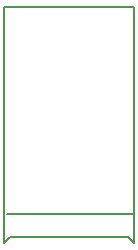
<source format=gbr>
G04 #@! TF.FileFunction,Profile,NP*
%FSLAX46Y46*%
G04 Gerber Fmt 4.6, Leading zero omitted, Abs format (unit mm)*
G04 Created by KiCad (PCBNEW 4.0.6) date 11/10/17 15:16:46*
%MOMM*%
%LPD*%
G01*
G04 APERTURE LIST*
%ADD10C,0.100000*%
%ADD11C,0.150000*%
G04 APERTURE END LIST*
D10*
D11*
X153500000Y-116500000D02*
X154000000Y-117000000D01*
X143500000Y-116500000D02*
X153500000Y-116500000D01*
X143000000Y-117000000D02*
X143500000Y-116500000D01*
X143000000Y-97000000D02*
X143000000Y-117000000D01*
X154000000Y-97000000D02*
X143000000Y-97000000D01*
X154000000Y-117000000D02*
X154000000Y-97000000D01*
X143256000Y-114554000D02*
X153924000Y-114554000D01*
M02*

</source>
